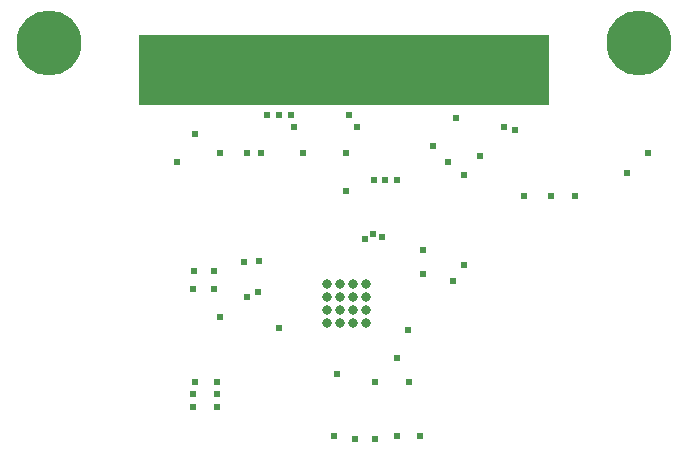
<source format=gbs>
G04*
G04 #@! TF.GenerationSoftware,Altium Limited,Altium Designer,22.7.1 (60)*
G04*
G04 Layer_Color=16711935*
%FSLAX25Y25*%
%MOIN*%
G70*
G04*
G04 #@! TF.SameCoordinates,AD343771-C5E9-4EEF-B234-C8D92CA984D8*
G04*
G04*
G04 #@! TF.FilePolarity,Negative*
G04*
G01*
G75*
%ADD24R,1.37008X0.23524*%
%ADD31R,0.03556X0.17335*%
%ADD32R,0.03556X0.17335*%
%ADD34C,0.21666*%
%ADD35C,0.02200*%
%ADD36C,0.03200*%
%ADD43C,0.02400*%
D24*
X425295Y381456D02*
D03*
D31*
X391831Y378454D02*
D03*
X399705D02*
D03*
X411516D02*
D03*
X360335D02*
D03*
X372146D02*
D03*
X383957D02*
D03*
X380020D02*
D03*
X364272D02*
D03*
X376083D02*
D03*
X403642D02*
D03*
X395768D02*
D03*
X368209D02*
D03*
X407579D02*
D03*
X387894D02*
D03*
X419390D02*
D03*
X458760D02*
D03*
X423327D02*
D03*
X435138D02*
D03*
X486319D02*
D03*
X478445D02*
D03*
X450886D02*
D03*
X462697D02*
D03*
X439075D02*
D03*
X427264D02*
D03*
X470571D02*
D03*
X466634D02*
D03*
X454823D02*
D03*
X482382D02*
D03*
X474508D02*
D03*
X431201D02*
D03*
X415453D02*
D03*
D32*
X490256D02*
D03*
D34*
X326870Y390265D02*
D03*
X523721D02*
D03*
D35*
X332683Y384452D02*
D03*
X335091Y390265D02*
D03*
X332683Y396078D02*
D03*
X326870Y398486D02*
D03*
D03*
X321057Y396078D02*
D03*
X318649Y390265D02*
D03*
X321057Y384452D02*
D03*
X326870Y382045D02*
D03*
X529533Y384452D02*
D03*
X531941Y390265D02*
D03*
X529533Y396078D02*
D03*
X523721Y398486D02*
D03*
D03*
X517907Y396078D02*
D03*
X515500Y390265D02*
D03*
X517907Y384452D02*
D03*
X523721Y382045D02*
D03*
D36*
X432496Y297004D02*
D03*
X428165D02*
D03*
X423835D02*
D03*
X419504D02*
D03*
X432496Y301335D02*
D03*
X428165D02*
D03*
X423835D02*
D03*
X419504D02*
D03*
X432496Y305665D02*
D03*
X428165D02*
D03*
X423835D02*
D03*
X419504D02*
D03*
X432496Y309996D02*
D03*
X428165D02*
D03*
X423835D02*
D03*
X419504D02*
D03*
D43*
X397736Y353744D02*
D03*
X519500Y346859D02*
D03*
X426000Y341000D02*
D03*
X383000Y273500D02*
D03*
X437820Y325635D02*
D03*
X434934Y326766D02*
D03*
X485319Y339500D02*
D03*
X375000Y273500D02*
D03*
X382000Y314500D02*
D03*
X375500Y277500D02*
D03*
X383000Y268862D02*
D03*
X375000Y269000D02*
D03*
X451500Y313500D02*
D03*
X396679Y307500D02*
D03*
X465362Y316500D02*
D03*
X383000Y277301D02*
D03*
X494319Y339500D02*
D03*
X447000Y277301D02*
D03*
X465362Y346296D02*
D03*
X502319Y339500D02*
D03*
X383957Y353744D02*
D03*
X462500Y365500D02*
D03*
X375138Y314500D02*
D03*
X446500Y294642D02*
D03*
X391831Y317500D02*
D03*
X403642Y295500D02*
D03*
X435719Y277301D02*
D03*
X432278Y325168D02*
D03*
X393000Y353744D02*
D03*
X375499Y360000D02*
D03*
X439000Y344772D02*
D03*
X435138D02*
D03*
X369500Y350847D02*
D03*
X407500Y366500D02*
D03*
X451500Y321500D02*
D03*
X396910Y317575D02*
D03*
X382000Y308500D02*
D03*
X399500Y366335D02*
D03*
X443000Y344772D02*
D03*
X403642Y366335D02*
D03*
X375000Y308421D02*
D03*
X429500Y362500D02*
D03*
X426000Y353744D02*
D03*
X443000Y285500D02*
D03*
X411516Y353744D02*
D03*
X408500Y362508D02*
D03*
X393000Y305665D02*
D03*
X470571Y352815D02*
D03*
X526500Y353744D02*
D03*
X454823Y356000D02*
D03*
X427000Y366335D02*
D03*
X478500Y362500D02*
D03*
X423047Y279918D02*
D03*
X450500Y259500D02*
D03*
X482304Y361500D02*
D03*
X384032Y299000D02*
D03*
X422000Y259500D02*
D03*
X428953Y258488D02*
D03*
X435719Y258500D02*
D03*
X443000Y259500D02*
D03*
X459877Y350847D02*
D03*
X461516Y311000D02*
D03*
M02*

</source>
